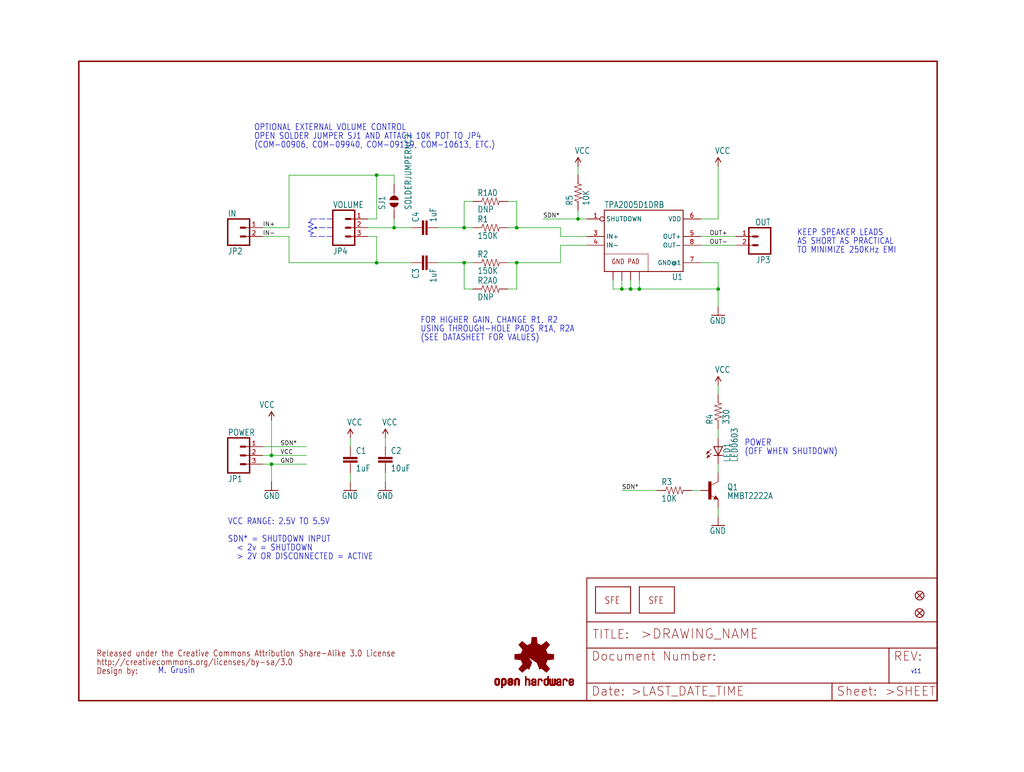
<source format=kicad_sch>
(kicad_sch (version 20211123) (generator eeschema)
  (paper "User" 297.002 223.926)
  (lib_symbols
    (symbol "eagleSchem-eagle-import:CAP1206"
      (property "Reference" "C" (at 1.524 2.921 0))
      (property "Value" "CAP1206" (at 1.524 -2.159 0))
      (symbol "CAP1206_1_0"
        (pin passive line (at 0 5.08 270) (length 2.54) (name "1") (number "1"))
        (pin passive line (at 0 -2.54 90) (length 2.54) (name "2") (number "2"))
      )
    )
    (symbol "eagleSchem-eagle-import:CREATIVE_COMMONS"
      (symbol "CREATIVE_COMMONS_1_0"
        (text "Design by:" (at 0 0 0) (effects (font (size 1.778 1.5113)) (justify left bottom)))
        (text "http://creativecommons.org/licenses/by-sa/3.0" (at 0 2.54 0) (effects (font (size 1.778 1.5113)) (justify left bottom)))
        (text "Released under the Creative Commons Attribution Share-Alike 3.0 License" (at 0 5.08 0) (effects (font (size 1.778 1.5113)) (justify left bottom)))
      )
    )
    (symbol "eagleSchem-eagle-import:FIDUCIALUFIDUCIAL")
    (symbol "eagleSchem-eagle-import:FRAME-LETTER"
      (symbol "FRAME-LETTER_2_0"
        (text ">DRAWING_NAME" (at 15.494 17.78 0) (effects (font (size 2.7432 2.7432)) (justify left bottom)))
        (text ">LAST_DATE_TIME" (at 12.7 1.27 0) (effects (font (size 2.54 2.54)) (justify left bottom)))
        (text ">SHEET" (at 86.36 1.27 0) (effects (font (size 2.54 2.54)) (justify left bottom)))
        (text "Date:" (at 1.27 1.27 0) (effects (font (size 2.54 2.54)) (justify left bottom)))
        (text "Document Number:" (at 1.27 11.43 0) (effects (font (size 2.54 2.54)) (justify left bottom)))
        (text "REV:" (at 88.9 11.43 0) (effects (font (size 2.54 2.54)) (justify left bottom)))
        (text "Sheet:" (at 72.39 1.27 0) (effects (font (size 2.54 2.54)) (justify left bottom)))
        (text "TITLE:" (at 1.524 17.78 0) (effects (font (size 2.54 2.54)) (justify left bottom)))
      )
    )
    (symbol "eagleSchem-eagle-import:GND" (power)
      (property "Value" "GND" (at -2.54 -2.54 0))
      (symbol "GND_1_0"
        (pin power_in line (at 0 2.54 270) (length 2.54) (name "GND") (number "1"))
      )
    )
    (symbol "eagleSchem-eagle-import:LED0603"
      (property "Reference" "LED" (at 3.556 -4.572 90))
      (property "Value" "LED0603" (at 5.715 -4.572 90))
      (symbol "LED0603_1_0"
        (pin passive line (at 0 2.54 270) (length 2.54) (name "A") (number "A"))
        (pin passive line (at 0 -5.08 90) (length 2.54) (name "C") (number "C"))
      )
    )
    (symbol "eagleSchem-eagle-import:LOGO-SFENW2"
      (symbol "LOGO-SFENW2_1_0"
        (text "SFE" (at 0 0 0) (effects (font (size 1.9304 1.6408)) (justify left bottom)))
      )
    )
    (symbol "eagleSchem-eagle-import:LOGO-SFESK"
      (symbol "LOGO-SFESK_1_0"
        (text "SFE" (at 0 0 0) (effects (font (size 1.9304 1.6408)) (justify left bottom)))
      )
    )
    (symbol "eagleSchem-eagle-import:M02PTH"
      (property "Reference" "JP" (at -2.54 5.842 0))
      (property "Value" "M02PTH" (at -2.54 -5.08 0))
      (symbol "M02PTH_1_0"
        (pin passive line (at 7.62 0 180) (length 5.08) (name "1") (number "1"))
        (pin passive line (at 7.62 2.54 180) (length 5.08) (name "2") (number "2"))
      )
    )
    (symbol "eagleSchem-eagle-import:M03PTH"
      (property "Reference" "JP" (at -2.54 5.842 0))
      (property "Value" "M03PTH" (at -2.54 -7.62 0))
      (symbol "M03PTH_1_0"
        (pin passive line (at 7.62 -2.54 180) (length 5.08) (name "1") (number "1"))
        (pin passive line (at 7.62 0 180) (length 5.08) (name "2") (number "2"))
        (pin passive line (at 7.62 2.54 180) (length 5.08) (name "3") (number "3"))
      )
    )
    (symbol "eagleSchem-eagle-import:OSHW-LOGOS")
    (symbol "eagleSchem-eagle-import:RESISTOR0603-RES"
      (property "Reference" "R" (at -3.81 1.4986 0))
      (property "Value" "RESISTOR0603-RES" (at -3.81 -3.302 0))
      (symbol "RESISTOR0603-RES_1_0"
        (pin passive line (at -5.08 0 0) (length 2.54) (name "1") (number "1"))
        (pin passive line (at 5.08 0 180) (length 2.54) (name "2") (number "2"))
      )
    )
    (symbol "eagleSchem-eagle-import:RESISTORAXIAL-0.3"
      (property "Reference" "R" (at -3.81 1.4986 0))
      (property "Value" "RESISTORAXIAL-0.3" (at -3.81 -3.302 0))
      (symbol "RESISTORAXIAL-0.3_1_0"
        (pin passive line (at -5.08 0 0) (length 2.54) (name "1") (number "P$1"))
        (pin passive line (at 5.08 0 180) (length 2.54) (name "2") (number "P$2"))
      )
    )
    (symbol "eagleSchem-eagle-import:SOLDERJUMPERNC2"
      (property "Reference" "SJ" (at -2.54 2.54 0))
      (property "Value" "SOLDERJUMPERNC2" (at -2.54 -5.08 0))
      (symbol "SOLDERJUMPERNC2_1_0"
        (pin passive line (at -5.08 0 0) (length 2.54) (name "1") (number "1"))
        (pin passive line (at 5.08 0 180) (length 2.54) (name "2") (number "2"))
      )
    )
    (symbol "eagleSchem-eagle-import:TPA2005D1DRB"
      (property "Reference" "U" (at 12.7 -12.7 0))
      (property "Value" "TPA2005D1DRB" (at -10.16 10.16 0))
      (symbol "TPA2005D1DRB_1_0"
        (text "GND PAD" (at -8.128 -8.128 0) (effects (font (size 1.4224 1.209)) (justify left bottom)))
        (pin input inverted (at -15.24 5.08 0) (length 5.08) (name "SHUTDOWN") (number "1"))
        (pin power_in line (at -7.62 -12.7 90) (length 2.54) (name "GND@2") (number "10"))
        (pin power_in line (at -5.08 -12.7 90) (length 2.54) (name "GND@3") (number "11"))
        (pin bidirectional line (at -2.54 -12.7 90) (length 2.54) (name "GND@4") (number "12"))
        (pin bidirectional line (at 0 -12.7 90) (length 2.54) (name "GND@5") (number "13"))
        (pin bidirectional line (at -15.24 0 0) (length 5.08) (name "IN+") (number "3"))
        (pin bidirectional line (at -15.24 -2.54 0) (length 5.08) (name "IN-") (number "4"))
        (pin bidirectional line (at 17.78 0 180) (length 5.08) (name "OUT+") (number "5"))
        (pin power_in line (at 17.78 5.08 180) (length 5.08) (name "VDD") (number "6"))
        (pin power_in line (at 17.78 -7.62 180) (length 5.08) (name "GND@1") (number "7"))
        (pin bidirectional line (at 17.78 -2.54 180) (length 5.08) (name "OUT-") (number "8"))
      )
    )
    (symbol "eagleSchem-eagle-import:TRANSISTOR_NPNSOT23-3"
      (property "Reference" "Q" (at 5.08 0 0))
      (property "Value" "TRANSISTOR_NPNSOT23-3" (at 5.08 -2.54 0))
      (symbol "TRANSISTOR_NPNSOT23-3_1_0"
        (pin passive line (at -2.54 0 0) (length 2.54) (name "B") (number "1"))
        (pin passive line (at 2.54 -5.08 90) (length 2.54) (name "E") (number "2"))
        (pin passive line (at 2.54 5.08 270) (length 2.54) (name "C") (number "3"))
      )
    )
    (symbol "eagleSchem-eagle-import:VCC" (power)
      (property "Value" "VCC" (at -1.016 3.556 0))
      (symbol "VCC_1_0"
        (pin power_in line (at 0 0 90) (length 2.54) (name "VCC") (number "1"))
      )
    )
  )
  (junction (at 208.28 83.82))
  (junction (at 78.74 132.08))
  (junction (at 134.62 66.04))
  (junction (at 78.74 134.62))
  (junction (at 167.64 63.5))
  (junction (at 182.88 83.82))
  (junction (at 114.3 66.04))
  (junction (at 180.34 83.82))
  (junction (at 149.86 66.04))
  (junction (at 109.22 76.2))
  (junction (at 149.86 76.2))
  (junction (at 109.22 50.8))
  (junction (at 185.42 83.82))
  (junction (at 134.62 76.2))
  (wire (pts (xy 106.68 66.04) (xy 114.3 66.04)))
  (wire (pts (xy 149.86 76.2) (xy 147.32 76.2)))
  (polyline (pts (xy 96.52 66.04) (xy 91.186 66.04)))
  (polyline (pts (xy 90.17 68.58) (xy 96.52 68.58)))
  (wire (pts (xy 134.62 66.04) (xy 137.16 66.04)))
  (wire (pts (xy 114.3 50.8) (xy 109.22 50.8)))
  (wire (pts (xy 177.8 81.28) (xy 177.8 83.82)))
  (wire (pts (xy 167.64 63.5) (xy 170.18 63.5)))
  (wire (pts (xy 162.56 66.04) (xy 162.56 68.58)))
  (wire (pts (xy 134.62 83.82) (xy 134.62 76.2)))
  (wire (pts (xy 83.82 50.8) (xy 109.22 50.8)))
  (wire (pts (xy 203.2 63.5) (xy 208.28 63.5)))
  (polyline (pts (xy 90.932 65.024) (xy 89.408 65.786)))
  (wire (pts (xy 134.62 76.2) (xy 127 76.2)))
  (wire (pts (xy 182.88 81.28) (xy 182.88 83.82)))
  (wire (pts (xy 114.3 66.04) (xy 119.38 66.04)))
  (wire (pts (xy 157.48 63.5) (xy 167.64 63.5)))
  (wire (pts (xy 137.16 58.42) (xy 134.62 58.42)))
  (wire (pts (xy 83.82 76.2) (xy 83.82 68.58)))
  (wire (pts (xy 109.22 76.2) (xy 83.82 76.2)))
  (wire (pts (xy 208.28 63.5) (xy 208.28 48.26)))
  (wire (pts (xy 137.16 76.2) (xy 134.62 76.2)))
  (wire (pts (xy 185.42 81.28) (xy 185.42 83.82)))
  (wire (pts (xy 88.9 129.54) (xy 76.2 129.54)))
  (polyline (pts (xy 89.408 65.786) (xy 90.932 66.294)))
  (wire (pts (xy 190.5 142.24) (xy 180.34 142.24)))
  (wire (pts (xy 177.8 83.82) (xy 180.34 83.82)))
  (wire (pts (xy 170.18 71.12) (xy 162.56 71.12)))
  (wire (pts (xy 127 66.04) (xy 134.62 66.04)))
  (wire (pts (xy 101.6 139.7) (xy 101.6 137.16)))
  (polyline (pts (xy 91.186 66.04) (xy 91.694 65.786)))
  (wire (pts (xy 83.82 66.04) (xy 83.82 50.8)))
  (wire (pts (xy 114.3 53.34) (xy 114.3 50.8)))
  (wire (pts (xy 208.28 76.2) (xy 208.28 83.82)))
  (wire (pts (xy 134.62 58.42) (xy 134.62 66.04)))
  (wire (pts (xy 147.32 66.04) (xy 149.86 66.04)))
  (wire (pts (xy 78.74 134.62) (xy 88.9 134.62)))
  (wire (pts (xy 149.86 83.82) (xy 149.86 76.2)))
  (polyline (pts (xy 89.408 67.056) (xy 90.932 67.564)))
  (wire (pts (xy 88.9 132.08) (xy 78.74 132.08)))
  (polyline (pts (xy 91.694 65.786) (xy 91.694 66.294)))
  (wire (pts (xy 213.36 71.12) (xy 203.2 71.12)))
  (wire (pts (xy 180.34 81.28) (xy 180.34 83.82)))
  (wire (pts (xy 78.74 134.62) (xy 76.2 134.62)))
  (polyline (pts (xy 90.932 67.564) (xy 90.17 67.818)))
  (wire (pts (xy 137.16 83.82) (xy 134.62 83.82)))
  (wire (pts (xy 101.6 127) (xy 101.6 129.54)))
  (wire (pts (xy 208.28 124.46) (xy 208.28 127)))
  (polyline (pts (xy 89.408 64.516) (xy 90.932 65.024)))
  (wire (pts (xy 167.64 60.96) (xy 167.64 63.5)))
  (polyline (pts (xy 90.17 63.5) (xy 90.17 64.262)))
  (wire (pts (xy 109.22 68.58) (xy 109.22 76.2)))
  (wire (pts (xy 149.86 66.04) (xy 149.86 58.42)))
  (wire (pts (xy 162.56 71.12) (xy 162.56 76.2)))
  (wire (pts (xy 114.3 66.04) (xy 114.3 63.5)))
  (polyline (pts (xy 90.17 64.262) (xy 89.408 64.516)))
  (wire (pts (xy 106.68 63.5) (xy 109.22 63.5)))
  (wire (pts (xy 76.2 68.58) (xy 83.82 68.58)))
  (wire (pts (xy 147.32 83.82) (xy 149.86 83.82)))
  (polyline (pts (xy 90.932 66.294) (xy 89.408 67.056)))
  (wire (pts (xy 200.66 142.24) (xy 203.2 142.24)))
  (wire (pts (xy 208.28 149.86) (xy 208.28 147.32)))
  (wire (pts (xy 185.42 83.82) (xy 208.28 83.82)))
  (wire (pts (xy 208.28 83.82) (xy 208.28 88.9)))
  (wire (pts (xy 76.2 66.04) (xy 83.82 66.04)))
  (wire (pts (xy 109.22 63.5) (xy 109.22 50.8)))
  (wire (pts (xy 162.56 76.2) (xy 149.86 76.2)))
  (wire (pts (xy 162.56 68.58) (xy 170.18 68.58)))
  (wire (pts (xy 106.68 68.58) (xy 109.22 68.58)))
  (wire (pts (xy 76.2 132.08) (xy 78.74 132.08)))
  (polyline (pts (xy 96.52 63.5) (xy 90.17 63.5)))
  (wire (pts (xy 180.34 83.82) (xy 182.88 83.82)))
  (wire (pts (xy 182.88 83.82) (xy 185.42 83.82)))
  (wire (pts (xy 149.86 66.04) (xy 162.56 66.04)))
  (wire (pts (xy 111.76 139.7) (xy 111.76 137.16)))
  (wire (pts (xy 203.2 68.58) (xy 213.36 68.58)))
  (polyline (pts (xy 90.17 67.818) (xy 90.17 68.58)))
  (wire (pts (xy 208.28 114.3) (xy 208.28 111.76)))
  (wire (pts (xy 167.64 48.26) (xy 167.64 50.8)))
  (wire (pts (xy 111.76 127) (xy 111.76 129.54)))
  (wire (pts (xy 203.2 76.2) (xy 208.28 76.2)))
  (polyline (pts (xy 91.694 66.294) (xy 91.186 66.04)))
  (wire (pts (xy 109.22 76.2) (xy 119.38 76.2)))
  (wire (pts (xy 208.28 137.16) (xy 208.28 134.62)))
  (wire (pts (xy 78.74 121.92) (xy 78.74 132.08)))
  (wire (pts (xy 78.74 139.7) (xy 78.74 134.62)))
  (wire (pts (xy 149.86 58.42) (xy 147.32 58.42)))
  (text "(OFF WHEN SHUTDOWN)" (at 215.9 132.08 180) (effects (font (size 1.778 1.5113)) (justify left bottom)))
  (text "KEEP SPEAKER LEADS" (at 231.14 68.58 180) (effects (font (size 1.778 1.5113)) (justify left bottom)))
  (text "< 2v = SHUTDOWN" (at 68.58 160.02 180) (effects (font (size 1.778 1.5113)) (justify left bottom)))
  (text "OPEN SOLDER JUMPER SJ1 AND ATTACH 10K POT TO JP4" (at 73.66 40.64 180) (effects (font (size 1.778 1.5113)) (justify left bottom)))
  (text "(COM-00906, COM-09940, COM-09119, COM-10613, ETC.)" (at 73.66 43.18 0) (effects (font (size 1.778 1.5113)) (justify left bottom)))
  (text "SDN* = SHUTDOWN INPUT" (at 66.04 157.48 180) (effects (font (size 1.778 1.5113)) (justify left bottom)))
  (text "M. Grusin" (at 45.72 195.58 180) (effects (font (size 1.778 1.5113)) (justify left bottom)))
  (text "(SEE DATASHEET FOR VALUES)" (at 121.92 99.06 180) (effects (font (size 1.778 1.5113)) (justify left bottom)))
  (text "OPTIONAL EXTERNAL VOLUME CONTROL" (at 73.66 38.1 180) (effects (font (size 1.778 1.5113)) (justify left bottom)))
  (text "AS SHORT AS PRACTICAL" (at 231.14 71.12 180) (effects (font (size 1.778 1.5113)) (justify left bottom)))
  (text "FOR HIGHER GAIN, CHANGE R1, R2" (at 121.92 93.98 180) (effects (font (size 1.778 1.5113)) (justify left bottom)))
  (text "> 2V OR DISCONNECTED = ACTIVE" (at 68.58 162.56 180) (effects (font (size 1.778 1.5113)) (justify left bottom)))
  (text "USING THROUGH-HOLE PADS R1A, R2A" (at 121.92 96.52 180) (effects (font (size 1.778 1.5113)) (justify left bottom)))
  (text "v11" (at 264.16 195.58 180) (effects (font (size 1.27 1.0795)) (justify left bottom)))
  (text "TO MINIMIZE 250KHz EMI" (at 231.14 73.66 180) (effects (font (size 1.778 1.5113)) (justify left bottom)))
  (text "POWER" (at 215.9 129.54 180) (effects (font (size 1.778 1.5113)) (justify left bottom)))
  (text "VCC RANGE: 2.5V TO 5.5V" (at 66.04 152.4 180) (effects (font (size 1.778 1.5113)) (justify left bottom)))
  (label "GND" (at 81.28 134.62 0) (effects (font (size 1.2446 1.2446))))
  (label "SDN*" (at 81.28 129.54 0) (effects (font (size 1.2446 1.2446))))
  (label "OUT+" (at 205.74 68.58 0) (effects (font (size 1.2446 1.2446))))
  (label "OUT-" (at 205.74 71.12 0) (effects (font (size 1.2446 1.2446))))
  (label "VCC" (at 81.28 132.08 0) (effects (font (size 1.2446 1.2446))))
  (label "SDN*" (at 157.48 63.5 0) (effects (font (size 1.2446 1.2446))))
  (label "IN-" (at 76.2 68.58 0) (effects (font (size 1.2446 1.2446))))
  (label "IN+" (at 76.2 66.04 0) (effects (font (size 1.2446 1.2446))))
  (label "SDN*" (at 180.34 142.24 0) (effects (font (size 1.2446 1.2446))))
  (symbol (lib_id "eagleSchem-eagle-import:RESISTOR0603-RES") (at 208.28 119.38 90) (unit 1)
    (property "Reference" "R4" (at 206.7814 123.19 0) (effects (font (size 1.778 1.5113)) (justify left bottom)))
    (property "Value" "330" (at 211.582 123.19 0) (effects (font (size 1.778 1.5113)) (justify left bottom)))
    (property "Footprint" "eagleSchem:0603-RES" (effects hide))
  )
  (symbol (lib_id "eagleSchem-eagle-import:GND") (at 101.6 142.24 0) (unit 1)
    (property "Reference" "#GND6" (effects hide))
    (property "Value" "GND" (at 99.06 144.78 0) (effects (font (size 1.778 1.5113)) (justify left bottom)))
    (property "Footprint" "eagleSchem:" (effects hide))
  )
  (symbol (lib_id "eagleSchem-eagle-import:RESISTOR0603-RES") (at 142.24 76.2 0) (unit 1)
    (property "Reference" "R2" (at 138.43 74.7014 0) (effects (font (size 1.778 1.5113)) (justify left bottom)))
    (property "Value" "150K" (at 138.43 79.502 0) (effects (font (size 1.778 1.5113)) (justify left bottom)))
    (property "Footprint" "eagleSchem:0603-RES" (effects hide))
  )
  (symbol (lib_id "eagleSchem-eagle-import:GND") (at 208.28 91.44 0) (unit 1)
    (property "Reference" "#GND5" (effects hide))
    (property "Value" "GND" (at 205.74 93.98 0) (effects (font (size 1.778 1.5113)) (justify left bottom)))
    (property "Footprint" "eagleSchem:" (effects hide))
  )
  (symbol (lib_id "eagleSchem-eagle-import:LOGO-SFESK") (at 187.96 175.26 0) (unit 1)
    (property "Reference" "LOGO2" (effects hide))
    (property "Value" "LOGO-SFESK" (effects hide))
    (property "Footprint" "eagleSchem:SFE-LOGO-FLAME" (effects hide))
  )
  (symbol (lib_id "eagleSchem-eagle-import:FIDUCIALUFIDUCIAL") (at 266.7 172.72 0) (unit 1)
    (property "Reference" "JP5" (effects hide))
    (property "Value" "FIDUCIALUFIDUCIAL" (effects hide))
    (property "Footprint" "eagleSchem:MICRO-FIDUCIAL" (effects hide))
  )
  (symbol (lib_id "eagleSchem-eagle-import:OSHW-LOGOS") (at 154.94 190.5 0) (unit 1)
    (property "Reference" "U$2" (effects hide))
    (property "Value" "OSHW-LOGOS" (effects hide))
    (property "Footprint" "eagleSchem:OSHW-LOGO-S" (effects hide))
  )
  (symbol (lib_id "eagleSchem-eagle-import:M03PTH") (at 68.58 132.08 0) (mirror x) (unit 1)
    (property "Reference" "JP1" (at 66.04 137.922 0) (effects (font (size 1.778 1.5113)) (justify left bottom)))
    (property "Value" "POWER" (at 66.04 124.46 0) (effects (font (size 1.778 1.5113)) (justify left bottom)))
    (property "Footprint" "eagleSchem:1X03" (effects hide))
  )
  (symbol (lib_id "eagleSchem-eagle-import:M02PTH") (at 68.58 66.04 0) (mirror x) (unit 1)
    (property "Reference" "JP2" (at 66.04 71.882 0) (effects (font (size 1.778 1.5113)) (justify left bottom)))
    (property "Value" "IN" (at 66.04 60.96 0) (effects (font (size 1.778 1.5113)) (justify left bottom)))
    (property "Footprint" "eagleSchem:1X02" (effects hide))
  )
  (symbol (lib_id "eagleSchem-eagle-import:RESISTORAXIAL-0.3") (at 142.24 58.42 0) (unit 1)
    (property "Reference" "R1A0" (at 138.43 56.9214 0) (effects (font (size 1.778 1.5113)) (justify left bottom)))
    (property "Value" "DNP" (at 138.43 61.722 0) (effects (font (size 1.778 1.5113)) (justify left bottom)))
    (property "Footprint" "eagleSchem:AXIAL-0.3" (effects hide))
  )
  (symbol (lib_id "eagleSchem-eagle-import:GND") (at 208.28 152.4 0) (unit 1)
    (property "Reference" "#GND7" (effects hide))
    (property "Value" "GND" (at 205.74 154.94 0) (effects (font (size 1.778 1.5113)) (justify left bottom)))
    (property "Footprint" "eagleSchem:" (effects hide))
  )
  (symbol (lib_id "eagleSchem-eagle-import:LED0603") (at 208.28 129.54 0) (unit 1)
    (property "Reference" "LED1" (at 211.836 134.112 90) (effects (font (size 1.778 1.5113)) (justify left bottom)))
    (property "Value" "LED0603" (at 213.995 134.112 90) (effects (font (size 1.778 1.5113)) (justify left bottom)))
    (property "Footprint" "eagleSchem:LED-0603" (effects hide))
  )
  (symbol (lib_id "eagleSchem-eagle-import:CAP1206") (at 124.46 66.04 90) (unit 1)
    (property "Reference" "C4" (at 121.539 64.516 0) (effects (font (size 1.778 1.5113)) (justify left bottom)))
    (property "Value" "1uF" (at 126.619 64.516 0) (effects (font (size 1.778 1.5113)) (justify left bottom)))
    (property "Footprint" "eagleSchem:1206" (effects hide))
  )
  (symbol (lib_id "eagleSchem-eagle-import:FIDUCIALUFIDUCIAL") (at 266.7 177.8 0) (unit 1)
    (property "Reference" "JP6" (effects hide))
    (property "Value" "FIDUCIALUFIDUCIAL" (effects hide))
    (property "Footprint" "eagleSchem:MICRO-FIDUCIAL" (effects hide))
  )
  (symbol (lib_id "eagleSchem-eagle-import:TRANSISTOR_NPNSOT23-3") (at 205.74 142.24 0) (unit 1)
    (property "Reference" "Q1" (at 210.82 142.24 0) (effects (font (size 1.778 1.5113)) (justify left bottom)))
    (property "Value" "MMBT2222A" (at 210.82 144.78 0) (effects (font (size 1.778 1.5113)) (justify left bottom)))
    (property "Footprint" "eagleSchem:SOT23-3" (effects hide))
  )
  (symbol (lib_id "eagleSchem-eagle-import:VCC") (at 167.64 48.26 0) (unit 1)
    (property "Reference" "#P+4" (effects hide))
    (property "Value" "VCC" (at 166.624 44.704 0) (effects (font (size 1.778 1.5113)) (justify left bottom)))
    (property "Footprint" "eagleSchem:" (effects hide))
  )
  (symbol (lib_id "eagleSchem-eagle-import:CAP1206") (at 101.6 134.62 0) (unit 1)
    (property "Reference" "C1" (at 103.124 131.699 0) (effects (font (size 1.778 1.5113)) (justify left bottom)))
    (property "Value" "1uF" (at 103.124 136.779 0) (effects (font (size 1.778 1.5113)) (justify left bottom)))
    (property "Footprint" "eagleSchem:1206" (effects hide))
  )
  (symbol (lib_id "eagleSchem-eagle-import:VCC") (at 101.6 127 0) (unit 1)
    (property "Reference" "#P+3" (effects hide))
    (property "Value" "VCC" (at 100.584 123.444 0) (effects (font (size 1.778 1.5113)) (justify left bottom)))
    (property "Footprint" "eagleSchem:" (effects hide))
  )
  (symbol (lib_id "eagleSchem-eagle-import:GND") (at 78.74 142.24 0) (mirror y) (unit 1)
    (property "Reference" "#GND3" (effects hide))
    (property "Value" "GND" (at 81.28 144.78 0) (effects (font (size 1.778 1.5113)) (justify left bottom)))
    (property "Footprint" "eagleSchem:" (effects hide))
  )
  (symbol (lib_id "eagleSchem-eagle-import:FRAME-LETTER") (at 170.18 203.2 0) (unit 2)
    (property "Reference" "#FRAME1" (effects hide))
    (property "Value" "FRAME-LETTER" (effects hide))
    (property "Footprint" "eagleSchem:" (effects hide))
  )
  (symbol (lib_id "eagleSchem-eagle-import:RESISTOR0603-RES") (at 142.24 66.04 0) (unit 1)
    (property "Reference" "R1" (at 138.43 64.5414 0) (effects (font (size 1.778 1.5113)) (justify left bottom)))
    (property "Value" "150K" (at 138.43 69.342 0) (effects (font (size 1.778 1.5113)) (justify left bottom)))
    (property "Footprint" "eagleSchem:0603-RES" (effects hide))
  )
  (symbol (lib_id "eagleSchem-eagle-import:CAP1206") (at 124.46 76.2 90) (mirror x) (unit 1)
    (property "Reference" "C3" (at 121.539 77.724 0) (effects (font (size 1.778 1.5113)) (justify left bottom)))
    (property "Value" "1uF" (at 126.619 77.724 0) (effects (font (size 1.778 1.5113)) (justify left bottom)))
    (property "Footprint" "eagleSchem:1206" (effects hide))
  )
  (symbol (lib_id "eagleSchem-eagle-import:CREATIVE_COMMONS") (at 27.94 195.58 0) (unit 1)
    (property "Reference" "U$1" (effects hide))
    (property "Value" "CREATIVE_COMMONS" (effects hide))
    (property "Footprint" "eagleSchem:CREATIVE_COMMONS" (effects hide))
  )
  (symbol (lib_id "eagleSchem-eagle-import:M03PTH") (at 99.06 66.04 0) (mirror x) (unit 1)
    (property "Reference" "JP4" (at 96.52 71.882 0) (effects (font (size 1.778 1.5113)) (justify left bottom)))
    (property "Value" "VOLUME" (at 96.52 58.42 0) (effects (font (size 1.778 1.5113)) (justify left bottom)))
    (property "Footprint" "eagleSchem:1X03" (effects hide))
  )
  (symbol (lib_id "eagleSchem-eagle-import:VCC") (at 208.28 111.76 0) (unit 1)
    (property "Reference" "#P+5" (effects hide))
    (property "Value" "VCC" (at 207.264 108.204 0) (effects (font (size 1.778 1.5113)) (justify left bottom)))
    (property "Footprint" "eagleSchem:" (effects hide))
  )
  (symbol (lib_id "eagleSchem-eagle-import:RESISTOR0603-RES") (at 195.58 142.24 0) (unit 1)
    (property "Reference" "R3" (at 191.77 140.7414 0) (effects (font (size 1.778 1.5113)) (justify left bottom)))
    (property "Value" "10K" (at 191.77 145.542 0) (effects (font (size 1.778 1.5113)) (justify left bottom)))
    (property "Footprint" "eagleSchem:0603-RES" (effects hide))
  )
  (symbol (lib_id "eagleSchem-eagle-import:M02PTH") (at 220.98 68.58 180) (unit 1)
    (property "Reference" "JP3" (at 223.52 74.422 0) (effects (font (size 1.778 1.5113)) (justify left bottom)))
    (property "Value" "OUT" (at 223.52 63.5 0) (effects (font (size 1.778 1.5113)) (justify left bottom)))
    (property "Footprint" "eagleSchem:1X02" (effects hide))
  )
  (symbol (lib_id "eagleSchem-eagle-import:VCC") (at 208.28 48.26 0) (unit 1)
    (property "Reference" "#P+1" (effects hide))
    (property "Value" "VCC" (at 207.264 44.704 0) (effects (font (size 1.778 1.5113)) (justify left bottom)))
    (property "Footprint" "eagleSchem:" (effects hide))
  )
  (symbol (lib_id "eagleSchem-eagle-import:CAP1206") (at 111.76 134.62 0) (unit 1)
    (property "Reference" "C2" (at 113.284 131.699 0) (effects (font (size 1.778 1.5113)) (justify left bottom)))
    (property "Value" "10uF" (at 113.284 136.779 0) (effects (font (size 1.778 1.5113)) (justify left bottom)))
    (property "Footprint" "eagleSchem:1206" (effects hide))
  )
  (symbol (lib_id "eagleSchem-eagle-import:SOLDERJUMPERNC2") (at 114.3 58.42 90) (unit 1)
    (property "Reference" "SJ1" (at 111.76 60.96 0) (effects (font (size 1.778 1.5113)) (justify left bottom)))
    (property "Value" "SOLDERJUMPERNC2" (at 119.38 60.96 0) (effects (font (size 1.778 1.5113)) (justify left bottom)))
    (property "Footprint" "eagleSchem:SJ_2S-NOTRACE" (effects hide))
  )
  (symbol (lib_id "eagleSchem-eagle-import:VCC") (at 111.76 127 0) (unit 1)
    (property "Reference" "#P+6" (effects hide))
    (property "Value" "VCC" (at 110.744 123.444 0) (effects (font (size 1.778 1.5113)) (justify left bottom)))
    (property "Footprint" "eagleSchem:" (effects hide))
  )
  (symbol (lib_id "eagleSchem-eagle-import:RESISTORAXIAL-0.3") (at 142.24 83.82 0) (unit 1)
    (property "Reference" "R2A0" (at 138.43 82.3214 0) (effects (font (size 1.778 1.5113)) (justify left bottom)))
    (property "Value" "DNP" (at 138.43 87.122 0) (effects (font (size 1.778 1.5113)) (justify left bottom)))
    (property "Footprint" "eagleSchem:AXIAL-0.3" (effects hide))
  )
  (symbol (lib_id "eagleSchem-eagle-import:TPA2005D1DRB") (at 185.42 68.58 0) (unit 1)
    (property "Reference" "U1" (at 198.12 81.28 0) (effects (font (size 1.778 1.5113)) (justify right bottom)))
    (property "Value" "TPA2005D1DRB" (at 175.26 58.42 0) (effects (font (size 1.778 1.5113)) (justify left top)))
    (property "Footprint" "eagleSchem:QFN-8_PAD" (effects hide))
  )
  (symbol (lib_id "eagleSchem-eagle-import:FRAME-LETTER") (at 22.86 203.2 0) (unit 1)
    (property "Reference" "#FRAME1" (effects hide))
    (property "Value" "FRAME-LETTER" (effects hide))
    (property "Footprint" "eagleSchem:" (effects hide))
  )
  (symbol (lib_id "eagleSchem-eagle-import:LOGO-SFENW2") (at 175.26 175.26 0) (unit 1)
    (property "Reference" "LOGO1" (effects hide))
    (property "Value" "LOGO-SFENW2" (effects hide))
    (property "Footprint" "eagleSchem:SFE-NEW-WEB" (effects hide))
  )
  (symbol (lib_id "eagleSchem-eagle-import:RESISTOR0603-RES") (at 167.64 55.88 90) (unit 1)
    (property "Reference" "R5" (at 166.1414 59.69 0) (effects (font (size 1.778 1.5113)) (justify left bottom)))
    (property "Value" "10K" (at 170.942 59.69 0) (effects (font (size 1.778 1.5113)) (justify left bottom)))
    (property "Footprint" "eagleSchem:0603-RES" (effects hide))
  )
  (symbol (lib_id "eagleSchem-eagle-import:GND") (at 111.76 142.24 0) (unit 1)
    (property "Reference" "#GND4" (effects hide))
    (property "Value" "GND" (at 109.22 144.78 0) (effects (font (size 1.778 1.5113)) (justify left bottom)))
    (property "Footprint" "eagleSchem:" (effects hide))
  )
  (symbol (lib_id "eagleSchem-eagle-import:VCC") (at 78.74 121.92 0) (mirror y) (unit 1)
    (property "Reference" "#P+2" (effects hide))
    (property "Value" "VCC" (at 79.756 118.364 0) (effects (font (size 1.778 1.5113)) (justify left bottom)))
    (property "Footprint" "eagleSchem:" (effects hide))
  )
)
</source>
